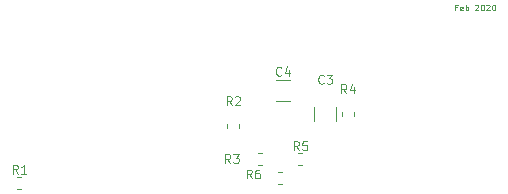
<source format=gbr>
G04 #@! TF.GenerationSoftware,KiCad,Pcbnew,(5.1.5)-3*
G04 #@! TF.CreationDate,2020-02-28T15:02:10-07:00*
G04 #@! TF.ProjectId,Straightener01,53747261-6967-4687-9465-6e657230312e,rev?*
G04 #@! TF.SameCoordinates,Original*
G04 #@! TF.FileFunction,Legend,Top*
G04 #@! TF.FilePolarity,Positive*
%FSLAX46Y46*%
G04 Gerber Fmt 4.6, Leading zero omitted, Abs format (unit mm)*
G04 Created by KiCad (PCBNEW (5.1.5)-3) date 2020-02-28 15:02:10*
%MOMM*%
%LPD*%
G04 APERTURE LIST*
%ADD10C,0.075000*%
%ADD11C,0.120000*%
%ADD12C,0.112500*%
G04 APERTURE END LIST*
D10*
X148788095Y-93964285D02*
X148621428Y-93964285D01*
X148621428Y-94226190D02*
X148621428Y-93726190D01*
X148859523Y-93726190D01*
X149240476Y-94202380D02*
X149192857Y-94226190D01*
X149097619Y-94226190D01*
X149050000Y-94202380D01*
X149026190Y-94154761D01*
X149026190Y-93964285D01*
X149050000Y-93916666D01*
X149097619Y-93892857D01*
X149192857Y-93892857D01*
X149240476Y-93916666D01*
X149264285Y-93964285D01*
X149264285Y-94011904D01*
X149026190Y-94059523D01*
X149478571Y-94226190D02*
X149478571Y-93726190D01*
X149478571Y-93916666D02*
X149526190Y-93892857D01*
X149621428Y-93892857D01*
X149669047Y-93916666D01*
X149692857Y-93940476D01*
X149716666Y-93988095D01*
X149716666Y-94130952D01*
X149692857Y-94178571D01*
X149669047Y-94202380D01*
X149621428Y-94226190D01*
X149526190Y-94226190D01*
X149478571Y-94202380D01*
X150288095Y-93773809D02*
X150311904Y-93750000D01*
X150359523Y-93726190D01*
X150478571Y-93726190D01*
X150526190Y-93750000D01*
X150550000Y-93773809D01*
X150573809Y-93821428D01*
X150573809Y-93869047D01*
X150550000Y-93940476D01*
X150264285Y-94226190D01*
X150573809Y-94226190D01*
X150883333Y-93726190D02*
X150930952Y-93726190D01*
X150978571Y-93750000D01*
X151002380Y-93773809D01*
X151026190Y-93821428D01*
X151050000Y-93916666D01*
X151050000Y-94035714D01*
X151026190Y-94130952D01*
X151002380Y-94178571D01*
X150978571Y-94202380D01*
X150930952Y-94226190D01*
X150883333Y-94226190D01*
X150835714Y-94202380D01*
X150811904Y-94178571D01*
X150788095Y-94130952D01*
X150764285Y-94035714D01*
X150764285Y-93916666D01*
X150788095Y-93821428D01*
X150811904Y-93773809D01*
X150835714Y-93750000D01*
X150883333Y-93726190D01*
X151240476Y-93773809D02*
X151264285Y-93750000D01*
X151311904Y-93726190D01*
X151430952Y-93726190D01*
X151478571Y-93750000D01*
X151502380Y-93773809D01*
X151526190Y-93821428D01*
X151526190Y-93869047D01*
X151502380Y-93940476D01*
X151216666Y-94226190D01*
X151526190Y-94226190D01*
X151835714Y-93726190D02*
X151883333Y-93726190D01*
X151930952Y-93750000D01*
X151954761Y-93773809D01*
X151978571Y-93821428D01*
X152002380Y-93916666D01*
X152002380Y-94035714D01*
X151978571Y-94130952D01*
X151954761Y-94178571D01*
X151930952Y-94202380D01*
X151883333Y-94226190D01*
X151835714Y-94226190D01*
X151788095Y-94202380D01*
X151764285Y-94178571D01*
X151740476Y-94130952D01*
X151716666Y-94035714D01*
X151716666Y-93916666D01*
X151740476Y-93821428D01*
X151764285Y-93773809D01*
X151788095Y-93750000D01*
X151835714Y-93726190D01*
D11*
X133397936Y-101900000D02*
X134602064Y-101900000D01*
X133397936Y-100080000D02*
X134602064Y-100080000D01*
X138510000Y-103602064D02*
X138510000Y-102397936D01*
X136690000Y-103602064D02*
X136690000Y-102397936D01*
X111528733Y-109310000D02*
X111871267Y-109310000D01*
X111528733Y-108290000D02*
X111871267Y-108290000D01*
X130310000Y-103828733D02*
X130310000Y-104171267D01*
X129290000Y-103828733D02*
X129290000Y-104171267D01*
X131888733Y-107310000D02*
X132231267Y-107310000D01*
X131888733Y-106290000D02*
X132231267Y-106290000D01*
X138990000Y-103171267D02*
X138990000Y-102828733D01*
X140010000Y-103171267D02*
X140010000Y-102828733D01*
X135671267Y-106290000D02*
X135328733Y-106290000D01*
X135671267Y-107310000D02*
X135328733Y-107310000D01*
X133981267Y-108910000D02*
X133638733Y-108910000D01*
X133981267Y-107890000D02*
X133638733Y-107890000D01*
D12*
X133875000Y-99667857D02*
X133839285Y-99703571D01*
X133732142Y-99739285D01*
X133660714Y-99739285D01*
X133553571Y-99703571D01*
X133482142Y-99632142D01*
X133446428Y-99560714D01*
X133410714Y-99417857D01*
X133410714Y-99310714D01*
X133446428Y-99167857D01*
X133482142Y-99096428D01*
X133553571Y-99025000D01*
X133660714Y-98989285D01*
X133732142Y-98989285D01*
X133839285Y-99025000D01*
X133875000Y-99060714D01*
X134517857Y-99239285D02*
X134517857Y-99739285D01*
X134339285Y-98953571D02*
X134160714Y-99489285D01*
X134625000Y-99489285D01*
X137475000Y-100367857D02*
X137439285Y-100403571D01*
X137332142Y-100439285D01*
X137260714Y-100439285D01*
X137153571Y-100403571D01*
X137082142Y-100332142D01*
X137046428Y-100260714D01*
X137010714Y-100117857D01*
X137010714Y-100010714D01*
X137046428Y-99867857D01*
X137082142Y-99796428D01*
X137153571Y-99725000D01*
X137260714Y-99689285D01*
X137332142Y-99689285D01*
X137439285Y-99725000D01*
X137475000Y-99760714D01*
X137725000Y-99689285D02*
X138189285Y-99689285D01*
X137939285Y-99975000D01*
X138046428Y-99975000D01*
X138117857Y-100010714D01*
X138153571Y-100046428D01*
X138189285Y-100117857D01*
X138189285Y-100296428D01*
X138153571Y-100367857D01*
X138117857Y-100403571D01*
X138046428Y-100439285D01*
X137832142Y-100439285D01*
X137760714Y-100403571D01*
X137725000Y-100367857D01*
X111575000Y-108039285D02*
X111325000Y-107682142D01*
X111146428Y-108039285D02*
X111146428Y-107289285D01*
X111432142Y-107289285D01*
X111503571Y-107325000D01*
X111539285Y-107360714D01*
X111575000Y-107432142D01*
X111575000Y-107539285D01*
X111539285Y-107610714D01*
X111503571Y-107646428D01*
X111432142Y-107682142D01*
X111146428Y-107682142D01*
X112289285Y-108039285D02*
X111860714Y-108039285D01*
X112075000Y-108039285D02*
X112075000Y-107289285D01*
X112003571Y-107396428D01*
X111932142Y-107467857D01*
X111860714Y-107503571D01*
X129675000Y-102239285D02*
X129425000Y-101882142D01*
X129246428Y-102239285D02*
X129246428Y-101489285D01*
X129532142Y-101489285D01*
X129603571Y-101525000D01*
X129639285Y-101560714D01*
X129675000Y-101632142D01*
X129675000Y-101739285D01*
X129639285Y-101810714D01*
X129603571Y-101846428D01*
X129532142Y-101882142D01*
X129246428Y-101882142D01*
X129960714Y-101560714D02*
X129996428Y-101525000D01*
X130067857Y-101489285D01*
X130246428Y-101489285D01*
X130317857Y-101525000D01*
X130353571Y-101560714D01*
X130389285Y-101632142D01*
X130389285Y-101703571D01*
X130353571Y-101810714D01*
X129925000Y-102239285D01*
X130389285Y-102239285D01*
X129575000Y-107139285D02*
X129325000Y-106782142D01*
X129146428Y-107139285D02*
X129146428Y-106389285D01*
X129432142Y-106389285D01*
X129503571Y-106425000D01*
X129539285Y-106460714D01*
X129575000Y-106532142D01*
X129575000Y-106639285D01*
X129539285Y-106710714D01*
X129503571Y-106746428D01*
X129432142Y-106782142D01*
X129146428Y-106782142D01*
X129825000Y-106389285D02*
X130289285Y-106389285D01*
X130039285Y-106675000D01*
X130146428Y-106675000D01*
X130217857Y-106710714D01*
X130253571Y-106746428D01*
X130289285Y-106817857D01*
X130289285Y-106996428D01*
X130253571Y-107067857D01*
X130217857Y-107103571D01*
X130146428Y-107139285D01*
X129932142Y-107139285D01*
X129860714Y-107103571D01*
X129825000Y-107067857D01*
X139395000Y-101239285D02*
X139145000Y-100882142D01*
X138966428Y-101239285D02*
X138966428Y-100489285D01*
X139252142Y-100489285D01*
X139323571Y-100525000D01*
X139359285Y-100560714D01*
X139395000Y-100632142D01*
X139395000Y-100739285D01*
X139359285Y-100810714D01*
X139323571Y-100846428D01*
X139252142Y-100882142D01*
X138966428Y-100882142D01*
X140037857Y-100739285D02*
X140037857Y-101239285D01*
X139859285Y-100453571D02*
X139680714Y-100989285D01*
X140145000Y-100989285D01*
X135375000Y-106039285D02*
X135125000Y-105682142D01*
X134946428Y-106039285D02*
X134946428Y-105289285D01*
X135232142Y-105289285D01*
X135303571Y-105325000D01*
X135339285Y-105360714D01*
X135375000Y-105432142D01*
X135375000Y-105539285D01*
X135339285Y-105610714D01*
X135303571Y-105646428D01*
X135232142Y-105682142D01*
X134946428Y-105682142D01*
X136053571Y-105289285D02*
X135696428Y-105289285D01*
X135660714Y-105646428D01*
X135696428Y-105610714D01*
X135767857Y-105575000D01*
X135946428Y-105575000D01*
X136017857Y-105610714D01*
X136053571Y-105646428D01*
X136089285Y-105717857D01*
X136089285Y-105896428D01*
X136053571Y-105967857D01*
X136017857Y-106003571D01*
X135946428Y-106039285D01*
X135767857Y-106039285D01*
X135696428Y-106003571D01*
X135660714Y-105967857D01*
X131375000Y-108439285D02*
X131125000Y-108082142D01*
X130946428Y-108439285D02*
X130946428Y-107689285D01*
X131232142Y-107689285D01*
X131303571Y-107725000D01*
X131339285Y-107760714D01*
X131375000Y-107832142D01*
X131375000Y-107939285D01*
X131339285Y-108010714D01*
X131303571Y-108046428D01*
X131232142Y-108082142D01*
X130946428Y-108082142D01*
X132017857Y-107689285D02*
X131875000Y-107689285D01*
X131803571Y-107725000D01*
X131767857Y-107760714D01*
X131696428Y-107867857D01*
X131660714Y-108010714D01*
X131660714Y-108296428D01*
X131696428Y-108367857D01*
X131732142Y-108403571D01*
X131803571Y-108439285D01*
X131946428Y-108439285D01*
X132017857Y-108403571D01*
X132053571Y-108367857D01*
X132089285Y-108296428D01*
X132089285Y-108117857D01*
X132053571Y-108046428D01*
X132017857Y-108010714D01*
X131946428Y-107975000D01*
X131803571Y-107975000D01*
X131732142Y-108010714D01*
X131696428Y-108046428D01*
X131660714Y-108117857D01*
M02*

</source>
